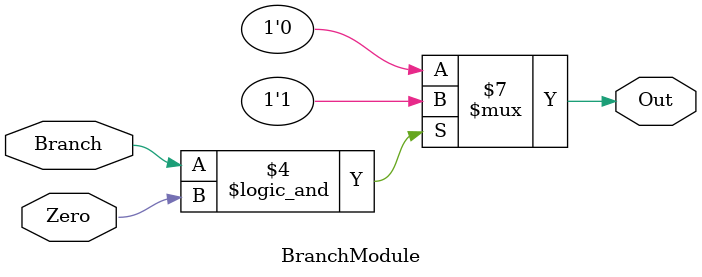
<source format=v>
`timescale 1ns / 1ps


module BranchModule(Branch, Zero, Out);
input Branch, Zero;
output reg Out;

initial begin
    Out <= 0;
end

always @(Branch, Zero) begin
    if ((Branch == 1) && (Zero == 1)) begin
        Out <= 1;
    end
    else begin
        Out <= 0;
    end
end

endmodule

</source>
